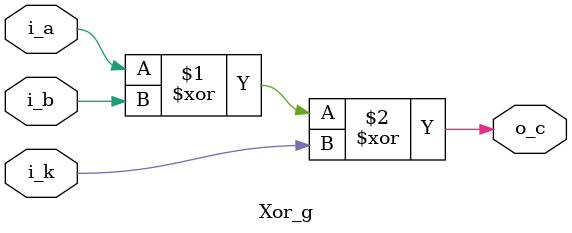
<source format=v>

module Xor_g(
    input i_a,
    input i_b,
    input i_k,
    output o_c
   );

    assign o_c = i_a ^ i_b ^ i_k;
    
endmodule

</source>
